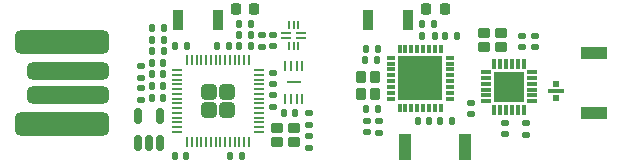
<source format=gbr>
%TF.GenerationSoftware,KiCad,Pcbnew,8.0.4*%
%TF.CreationDate,2024-09-10T21:55:11+02:00*%
%TF.ProjectId,elrs-sim,656c7273-2d73-4696-9d2e-6b696361645f,rev?*%
%TF.SameCoordinates,Original*%
%TF.FileFunction,Paste,Top*%
%TF.FilePolarity,Positive*%
%FSLAX46Y46*%
G04 Gerber Fmt 4.6, Leading zero omitted, Abs format (unit mm)*
G04 Created by KiCad (PCBNEW 8.0.4) date 2024-09-10 21:55:11*
%MOMM*%
%LPD*%
G01*
G04 APERTURE LIST*
G04 Aperture macros list*
%AMRoundRect*
0 Rectangle with rounded corners*
0 $1 Rounding radius*
0 $2 $3 $4 $5 $6 $7 $8 $9 X,Y pos of 4 corners*
0 Add a 4 corners polygon primitive as box body*
4,1,4,$2,$3,$4,$5,$6,$7,$8,$9,$2,$3,0*
0 Add four circle primitives for the rounded corners*
1,1,$1+$1,$2,$3*
1,1,$1+$1,$4,$5*
1,1,$1+$1,$6,$7*
1,1,$1+$1,$8,$9*
0 Add four rect primitives between the rounded corners*
20,1,$1+$1,$2,$3,$4,$5,0*
20,1,$1+$1,$4,$5,$6,$7,0*
20,1,$1+$1,$6,$7,$8,$9,0*
20,1,$1+$1,$8,$9,$2,$3,0*%
G04 Aperture macros list end*
%ADD10RoundRect,0.135000X0.185000X-0.135000X0.185000X0.135000X-0.185000X0.135000X-0.185000X-0.135000X0*%
%ADD11R,0.600000X0.600000*%
%ADD12R,1.450000X0.300000*%
%ADD13RoundRect,0.140000X0.170000X-0.140000X0.170000X0.140000X-0.170000X0.140000X-0.170000X-0.140000X0*%
%ADD14RoundRect,0.218750X-0.218750X-0.256250X0.218750X-0.256250X0.218750X0.256250X-0.218750X0.256250X0*%
%ADD15RoundRect,0.135000X-0.135000X-0.185000X0.135000X-0.185000X0.135000X0.185000X-0.135000X0.185000X0*%
%ADD16RoundRect,0.135000X0.135000X0.185000X-0.135000X0.185000X-0.135000X-0.185000X0.135000X-0.185000X0*%
%ADD17RoundRect,0.140000X0.140000X0.170000X-0.140000X0.170000X-0.140000X-0.170000X0.140000X-0.170000X0*%
%ADD18RoundRect,0.140000X-0.140000X-0.170000X0.140000X-0.170000X0.140000X0.170000X-0.140000X0.170000X0*%
%ADD19RoundRect,0.102000X0.373000X0.323000X-0.373000X0.323000X-0.373000X-0.323000X0.373000X-0.323000X0*%
%ADD20RoundRect,0.102000X0.323000X-0.373000X0.323000X0.373000X-0.323000X0.373000X-0.323000X-0.373000X0*%
%ADD21RoundRect,0.102000X-0.373000X-0.323000X0.373000X-0.323000X0.373000X0.323000X-0.373000X0.323000X0*%
%ADD22RoundRect,0.140000X-0.170000X0.140000X-0.170000X-0.140000X0.170000X-0.140000X0.170000X0.140000X0*%
%ADD23R,1.000000X2.300000*%
%ADD24R,0.300000X0.850000*%
%ADD25R,0.850000X0.300000*%
%ADD26R,2.650000X2.650000*%
%ADD27RoundRect,0.050000X-0.350000X-0.050000X0.350000X-0.050000X0.350000X0.050000X-0.350000X0.050000X0*%
%ADD28RoundRect,0.050000X-0.050000X-0.325000X0.050000X-0.325000X0.050000X0.325000X-0.050000X0.325000X0*%
%ADD29RoundRect,0.135000X-0.185000X0.135000X-0.185000X-0.135000X0.185000X-0.135000X0.185000X0.135000X0*%
%ADD30RoundRect,0.249999X0.395001X-0.395001X0.395001X0.395001X-0.395001X0.395001X-0.395001X-0.395001X0*%
%ADD31RoundRect,0.050000X0.050000X-0.387500X0.050000X0.387500X-0.050000X0.387500X-0.050000X-0.387500X0*%
%ADD32RoundRect,0.050000X0.387500X-0.050000X0.387500X0.050000X-0.387500X0.050000X-0.387500X-0.050000X0*%
%ADD33RoundRect,0.150000X0.150000X-0.512500X0.150000X0.512500X-0.150000X0.512500X-0.150000X-0.512500X0*%
%ADD34RoundRect,0.500000X3.500000X-0.500000X3.500000X0.500000X-3.500000X0.500000X-3.500000X-0.500000X0*%
%ADD35RoundRect,0.500000X3.000000X-0.250000X3.000000X0.250000X-3.000000X0.250000X-3.000000X-0.250000X0*%
%ADD36R,0.900000X1.700000*%
%ADD37RoundRect,0.040000X-0.605000X0.040000X-0.605000X-0.040000X0.605000X-0.040000X0.605000X0.040000X0*%
%ADD38RoundRect,0.062500X-0.062500X0.387500X-0.062500X-0.387500X0.062500X-0.387500X0.062500X0.387500X0*%
%ADD39R,0.300000X0.800000*%
%ADD40R,0.800000X0.300000*%
%ADD41R,3.750000X3.750000*%
%ADD42R,2.300000X1.000000*%
G04 APERTURE END LIST*
D10*
%TO.C,R6*%
X143300000Y-113220000D03*
X143300000Y-112200000D03*
%TD*%
D11*
%TO.C,ANT1*%
X158300000Y-109100000D03*
D12*
X158300000Y-109713000D03*
D11*
X158300000Y-110326000D03*
%TD*%
D13*
%TO.C,C18*%
X134350000Y-105930000D03*
X134350000Y-104970000D03*
%TD*%
D14*
%TO.C,D2*%
X131212500Y-102800000D03*
X132787500Y-102800000D03*
%TD*%
D15*
%TO.C,R10*%
X131490000Y-105900000D03*
X132510000Y-105900000D03*
%TD*%
%TO.C,R14*%
X124140000Y-104400000D03*
X125160000Y-104400000D03*
%TD*%
D16*
%TO.C,R7*%
X148035000Y-105025000D03*
X147015000Y-105025000D03*
%TD*%
D17*
%TO.C,C1*%
X127000000Y-115200000D03*
X126040000Y-115200000D03*
%TD*%
%TO.C,C5*%
X136230000Y-111600000D03*
X135270000Y-111600000D03*
%TD*%
D18*
%TO.C,C10*%
X146645000Y-112225000D03*
X147605000Y-112225000D03*
%TD*%
D10*
%TO.C,R11*%
X133400000Y-105960000D03*
X133400000Y-104940000D03*
%TD*%
D18*
%TO.C,C14*%
X130740000Y-115200000D03*
X131700000Y-115200000D03*
%TD*%
D17*
%TO.C,C13*%
X125080000Y-109300000D03*
X124120000Y-109300000D03*
%TD*%
D19*
%TO.C,X1*%
X136150000Y-112850000D03*
X134700000Y-112850000D03*
X134700000Y-114000000D03*
X136150000Y-114000000D03*
%TD*%
D20*
%TO.C,X2*%
X142975000Y-109925000D03*
X142975000Y-108475000D03*
X141825000Y-108475000D03*
X141825000Y-109925000D03*
%TD*%
D13*
%TO.C,C19*%
X123200000Y-108580000D03*
X123200000Y-107620000D03*
%TD*%
D21*
%TO.C,X3*%
X152225000Y-105975000D03*
X153675000Y-105975000D03*
X153675000Y-104825000D03*
X152225000Y-104825000D03*
%TD*%
D22*
%TO.C,C12*%
X142300000Y-112200000D03*
X142300000Y-113160000D03*
%TD*%
%TO.C,C22*%
X134350000Y-108170000D03*
X134350000Y-109130000D03*
%TD*%
D17*
%TO.C,C21*%
X125100000Y-106350000D03*
X124140000Y-106350000D03*
%TD*%
D23*
%TO.C,L2*%
X145560000Y-114400000D03*
X150640000Y-114400000D03*
%TD*%
D24*
%TO.C,IC1*%
X155575000Y-107375000D03*
X155075000Y-107375000D03*
X154575000Y-107375000D03*
X154075000Y-107375000D03*
X153575000Y-107375000D03*
X153075000Y-107375000D03*
D25*
X152375000Y-108075000D03*
X152375000Y-108575000D03*
X152375000Y-109075000D03*
X152375000Y-109575000D03*
X152375000Y-110075000D03*
X152375000Y-110575000D03*
D24*
X153075000Y-111275000D03*
X153575000Y-111275000D03*
X154075000Y-111275000D03*
X154575000Y-111275000D03*
X155075000Y-111275000D03*
X155575000Y-111275000D03*
D25*
X156275000Y-110575000D03*
X156275000Y-110075000D03*
X156275000Y-109575000D03*
X156275000Y-109075000D03*
X156275000Y-108575000D03*
X156275000Y-108075000D03*
D26*
X154325000Y-109325000D03*
%TD*%
D22*
%TO.C,C6*%
X154000000Y-112420000D03*
X154000000Y-113380000D03*
%TD*%
D10*
%TO.C,R4*%
X137400000Y-114510000D03*
X137400000Y-113490000D03*
%TD*%
D16*
%TO.C,R15*%
X143260000Y-106150000D03*
X142240000Y-106150000D03*
%TD*%
D27*
%TO.C,S1*%
X135500000Y-104825000D03*
X135500000Y-105225000D03*
D28*
X135700000Y-105900000D03*
X136100000Y-105900000D03*
X136500000Y-105900000D03*
D27*
X136700000Y-105225000D03*
X136700000Y-104825000D03*
D28*
X136500000Y-104150000D03*
X136100000Y-104150000D03*
X135700000Y-104150000D03*
%TD*%
D29*
%TO.C,R2*%
X155800000Y-112390000D03*
X155800000Y-113410000D03*
%TD*%
D17*
%TO.C,C4*%
X125085000Y-110300000D03*
X124125000Y-110300000D03*
%TD*%
D15*
%TO.C,R8*%
X146990000Y-104025000D03*
X148010000Y-104025000D03*
%TD*%
D30*
%TO.C,U1*%
X128900000Y-111350000D03*
X130500000Y-111350000D03*
X128900000Y-109750000D03*
X130500000Y-109750000D03*
D31*
X127100000Y-113987500D03*
X127500000Y-113987500D03*
X127900000Y-113987500D03*
X128300000Y-113987500D03*
X128700000Y-113987500D03*
X129100000Y-113987500D03*
X129500000Y-113987500D03*
X129900000Y-113987500D03*
X130300000Y-113987500D03*
X130700000Y-113987500D03*
X131100000Y-113987500D03*
X131500000Y-113987500D03*
X131900000Y-113987500D03*
X132300000Y-113987500D03*
D32*
X133137500Y-113150000D03*
X133137500Y-112750000D03*
X133137500Y-112350000D03*
X133137500Y-111950000D03*
X133137500Y-111550000D03*
X133137500Y-111150000D03*
X133137500Y-110750000D03*
X133137500Y-110350000D03*
X133137500Y-109950000D03*
X133137500Y-109550000D03*
X133137500Y-109150000D03*
X133137500Y-108750000D03*
X133137500Y-108350000D03*
X133137500Y-107950000D03*
D31*
X132300000Y-107112500D03*
X131900000Y-107112500D03*
X131500000Y-107112500D03*
X131100000Y-107112500D03*
X130700000Y-107112500D03*
X130300000Y-107112500D03*
X129900000Y-107112500D03*
X129500000Y-107112500D03*
X129100000Y-107112500D03*
X128700000Y-107112500D03*
X128300000Y-107112500D03*
X127900000Y-107112500D03*
X127500000Y-107112500D03*
X127100000Y-107112500D03*
D32*
X126262500Y-107950000D03*
X126262500Y-108350000D03*
X126262500Y-108750000D03*
X126262500Y-109150000D03*
X126262500Y-109550000D03*
X126262500Y-109950000D03*
X126262500Y-110350000D03*
X126262500Y-110750000D03*
X126262500Y-111150000D03*
X126262500Y-111550000D03*
X126262500Y-111950000D03*
X126262500Y-112350000D03*
X126262500Y-112750000D03*
X126262500Y-113150000D03*
%TD*%
D33*
%TO.C,PS1*%
X122900000Y-114087500D03*
X123850000Y-114087500D03*
X124800000Y-114087500D03*
X124800000Y-111812500D03*
X122900000Y-111812500D03*
%TD*%
D10*
%TO.C,R16*%
X137400000Y-112610000D03*
X137400000Y-111590000D03*
%TD*%
D17*
%TO.C,C2*%
X125080000Y-108300000D03*
X124120000Y-108300000D03*
%TD*%
D15*
%TO.C,R13*%
X124090000Y-105400000D03*
X125110000Y-105400000D03*
%TD*%
D34*
%TO.C,J1*%
X116500000Y-112525000D03*
D35*
X117000000Y-110075000D03*
X117000000Y-108025000D03*
D34*
X116500000Y-105575000D03*
%TD*%
D22*
%TO.C,C9*%
X151125000Y-110725000D03*
X151125000Y-111685000D03*
%TD*%
%TO.C,C20*%
X123200000Y-109470000D03*
X123200000Y-110430000D03*
%TD*%
D17*
%TO.C,C16*%
X125080000Y-107300000D03*
X124120000Y-107300000D03*
%TD*%
D16*
%TO.C,R3*%
X143200000Y-107100000D03*
X142180000Y-107100000D03*
%TD*%
D36*
%TO.C,SW2*%
X126300000Y-103700000D03*
X129700000Y-103700000D03*
%TD*%
D15*
%TO.C,R5*%
X142215000Y-111225000D03*
X143235000Y-111225000D03*
%TD*%
D37*
%TO.C,U2*%
X136100000Y-108975000D03*
D38*
X136850000Y-107550000D03*
X136350000Y-107550000D03*
X135850000Y-107550000D03*
X135350000Y-107550000D03*
X135350000Y-110400000D03*
X135850000Y-110400000D03*
X136350000Y-110400000D03*
X136850000Y-110400000D03*
%TD*%
D22*
%TO.C,C15*%
X134350000Y-110070000D03*
X134350000Y-111030000D03*
%TD*%
%TO.C,C7*%
X155425000Y-105045000D03*
X155425000Y-106005000D03*
%TD*%
D14*
%TO.C,D1*%
X147312500Y-102800000D03*
X148887500Y-102800000D03*
%TD*%
D15*
%TO.C,R1*%
X148515000Y-112225000D03*
X149535000Y-112225000D03*
%TD*%
D17*
%TO.C,C17*%
X127060000Y-105900000D03*
X126100000Y-105900000D03*
%TD*%
D18*
%TO.C,C11*%
X148945000Y-105025000D03*
X149905000Y-105025000D03*
%TD*%
D22*
%TO.C,C8*%
X156525000Y-105045000D03*
X156525000Y-106005000D03*
%TD*%
D36*
%TO.C,SW1*%
X145800000Y-103700000D03*
X142400000Y-103700000D03*
%TD*%
D39*
%TO.C,IC2*%
X145075000Y-111125000D03*
X145575000Y-111125000D03*
X146075000Y-111125000D03*
X146575000Y-111125000D03*
X147075000Y-111125000D03*
X147575000Y-111125000D03*
X148075000Y-111125000D03*
X148575000Y-111125000D03*
D40*
X149325000Y-110375000D03*
X149325000Y-109875000D03*
X149325000Y-109375000D03*
X149325000Y-108875000D03*
X149325000Y-108375000D03*
X149325000Y-107875000D03*
X149325000Y-107375000D03*
X149325000Y-106875000D03*
D39*
X148575000Y-106125000D03*
X148075000Y-106125000D03*
X147575000Y-106125000D03*
X147075000Y-106125000D03*
X146575000Y-106125000D03*
X146075000Y-106125000D03*
X145575000Y-106125000D03*
X145075000Y-106125000D03*
D40*
X144325000Y-106875000D03*
X144325000Y-107375000D03*
X144325000Y-107875000D03*
X144325000Y-108375000D03*
X144325000Y-108875000D03*
X144325000Y-109375000D03*
X144325000Y-109875000D03*
X144325000Y-110375000D03*
D41*
X146825000Y-108625000D03*
%TD*%
D42*
%TO.C,L1*%
X161500000Y-111540000D03*
X161500000Y-106460000D03*
%TD*%
D17*
%TO.C,C3*%
X130600000Y-105900000D03*
X129640000Y-105900000D03*
%TD*%
D16*
%TO.C,R12*%
X132500000Y-104950000D03*
X131480000Y-104950000D03*
%TD*%
%TO.C,R9*%
X132510000Y-104000000D03*
X131490000Y-104000000D03*
%TD*%
M02*

</source>
